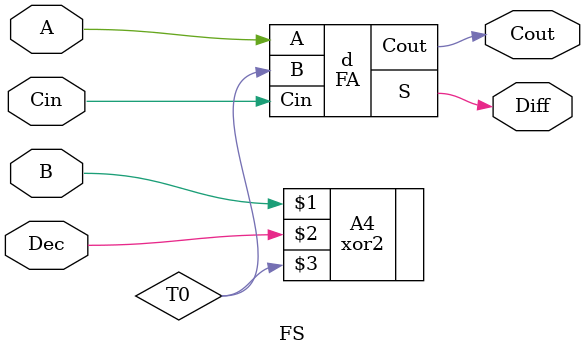
<source format=v>
module FA(input A, B, Cin, output S, Cout);

wire T0, T1, T2;

xor3 X1(A, B, Cin, S);
and2 A1(A, B, T0);
and2 A2(B, Cin, T1);
and2 A3(Cin, A, T2);
or3 O1(T0, T1, T2, Cout);

endmodule


module FS(input Dec, input A, B, Cin, output Diff, Cout);

wire T0;

xor2 A4(B, Dec, T0);
FA d(A, T0, Cin, Diff, Cout);

endmodule

</source>
